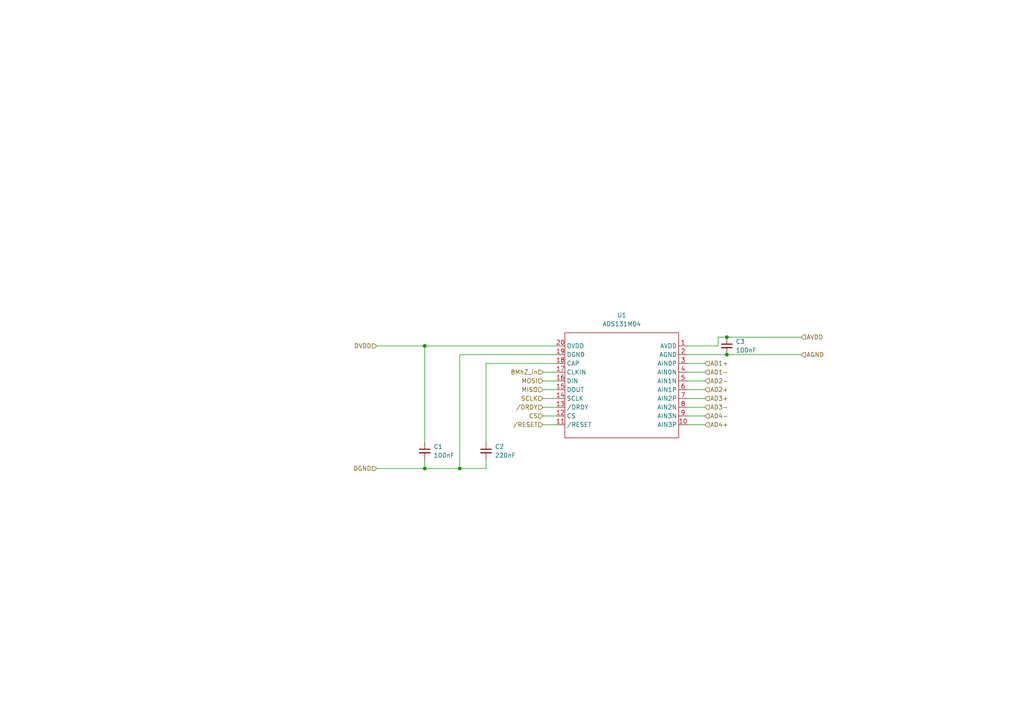
<source format=kicad_sch>
(kicad_sch (version 20230121) (generator eeschema)
  (paper "A4")
  (lib_symbols
    (symbol "Device:C_Small" (pin_numbers hide) (pin_names (offset 0.254) hide)
      (property "Reference" "C" (at 0.254 1.778 0))
      (property "Value" "C_Small" (at 0.254 -2.032 0))
      (symbol "C_Small_0_1"
        (polyline (pts (xy -1.524 -0.508) (xy 1.524 -0.508)) (stroke (width 0.3302)))
        (polyline (pts (xy -1.524 0.508) (xy 1.524 0.508)) (stroke (width 0.3048)))
      )
      (symbol "C_Small_1_1"
        (pin passive line (at 0 2.54 270) (length 2.032) (name "~") (number "1"))
        (pin passive line (at 0 -2.54 90) (length 2.032) (name "~") (number "2"))
      )
    )
    (symbol "b091:ADS131M04"
      (property "Reference" "U1" (at 0 20.32 0))
      (property "Value" "ADS131M04" (at 0 17.78 0))
      (symbol "ADS131M04_0_1"
        (rectangle (start -16.51 15.24) (end 16.51 -15.24))
      )
      (symbol "ADS131M04_1_1"
        (pin power_in line (at -19.05 11.43 0) (length 2.54) (name "AVDD") (number "1"))
        (pin input line (at -19.05 -11.43 0) (length 2.54) (name "AIN3P") (number "10"))
        (pin input line (at 19.05 -11.43 180) (length 2.54) (name "/RESET") (number "11"))
        (pin input line (at 19.05 -8.89 180) (length 2.54) (name "CS") (number "12"))
        (pin output line (at 19.05 -6.35 180) (length 2.54) (name "/DRDY") (number "13"))
        (pin input line (at 19.05 -3.81 180) (length 2.54) (name "SCLK") (number "14"))
        (pin output line (at 19.05 -1.27 180) (length 2.54) (name "DOUT") (number "15"))
        (pin input line (at 19.05 1.27 180) (length 2.54) (name "DIN") (number "16"))
        (pin input line (at 19.05 3.81 180) (length 2.54) (name "CLKIN") (number "17"))
        (pin passive line (at 19.05 6.35 180) (length 2.54) (name "CAP") (number "18"))
        (pin power_in line (at 19.05 8.89 180) (length 2.54) (name "DGND") (number "19"))
        (pin power_in line (at -19.05 8.89 0) (length 2.54) (name "AGND") (number "2"))
        (pin power_in line (at 19.05 11.43 180) (length 2.54) (name "DVDD") (number "20"))
        (pin input line (at -19.05 6.35 0) (length 2.54) (name "AIN0P") (number "3"))
        (pin input line (at -19.05 3.81 0) (length 2.54) (name "AIN0N") (number "4"))
        (pin input line (at -19.05 1.27 0) (length 2.54) (name "AIN1N") (number "5"))
        (pin input line (at -19.05 -1.27 0) (length 2.54) (name "AIN1P") (number "6"))
        (pin input line (at -19.05 -3.81 0) (length 2.54) (name "AIN2P") (number "7"))
        (pin input line (at -19.05 -6.35 0) (length 2.54) (name "AIN2N") (number "8"))
        (pin input line (at -19.05 -8.89 0) (length 2.54) (name "AIN3N") (number "9"))
      )
    )
  )
  (junction (at 123.19 100.33))
  (junction (at 210.82 102.87))
  (junction (at 210.82 97.79))
  (junction (at 123.19 135.89))
  (junction (at 133.35 135.89))
  (wire (pts (xy 109.22 100.33) (xy 123.19 100.33)))
  (wire (pts (xy 133.35 135.89) (xy 140.97 135.89)))
  (wire (pts (xy 157.48 113.03) (xy 161.29 113.03)))
  (wire (pts (xy 133.35 102.87) (xy 133.35 135.89)))
  (wire (pts (xy 157.48 118.11) (xy 161.29 118.11)))
  (wire (pts (xy 157.48 110.49) (xy 161.29 110.49)))
  (wire (pts (xy 210.82 97.79) (xy 232.41 97.79)))
  (wire (pts (xy 140.97 135.89) (xy 140.97 133.35)))
  (wire (pts (xy 157.48 115.57) (xy 161.29 115.57)))
  (wire (pts (xy 199.39 118.11) (xy 204.47 118.11)))
  (wire (pts (xy 157.48 123.19) (xy 161.29 123.19)))
  (wire (pts (xy 199.39 102.87) (xy 210.82 102.87)))
  (wire (pts (xy 123.19 100.33) (xy 161.29 100.33)))
  (wire (pts (xy 140.97 105.41) (xy 161.29 105.41)))
  (wire (pts (xy 199.39 107.95) (xy 204.47 107.95)))
  (wire (pts (xy 123.19 133.35) (xy 123.19 135.89)))
  (wire (pts (xy 199.39 105.41) (xy 204.47 105.41)))
  (wire (pts (xy 123.19 135.89) (xy 133.35 135.89)))
  (wire (pts (xy 208.28 100.33) (xy 208.28 97.79)))
  (wire (pts (xy 199.39 110.49) (xy 204.47 110.49)))
  (wire (pts (xy 199.39 123.19) (xy 204.47 123.19)))
  (wire (pts (xy 199.39 115.57) (xy 204.47 115.57)))
  (wire (pts (xy 140.97 128.27) (xy 140.97 105.41)))
  (wire (pts (xy 199.39 120.65) (xy 204.47 120.65)))
  (wire (pts (xy 199.39 100.33) (xy 208.28 100.33)))
  (wire (pts (xy 157.48 120.65) (xy 161.29 120.65)))
  (wire (pts (xy 157.48 107.95) (xy 161.29 107.95)))
  (wire (pts (xy 208.28 97.79) (xy 210.82 97.79)))
  (wire (pts (xy 210.82 102.87) (xy 232.41 102.87)))
  (wire (pts (xy 109.22 135.89) (xy 123.19 135.89)))
  (wire (pts (xy 199.39 113.03) (xy 204.47 113.03)))
  (wire (pts (xy 161.29 102.87) (xy 133.35 102.87)))
  (wire (pts (xy 123.19 128.27) (xy 123.19 100.33)))
  (hierarchical_label "AD4+" (shape input) (at 204.47 123.19 0))
  (hierarchical_label "{slash}DRDY" (shape input) (at 157.48 118.11 180))
  (hierarchical_label "SCLK" (shape input) (at 157.48 115.57 180))
  (hierarchical_label "AD1-" (shape input) (at 204.47 107.95 0))
  (hierarchical_label "DVDD" (shape input) (at 109.22 100.33 180))
  (hierarchical_label "AD3+" (shape input) (at 204.47 115.57 0))
  (hierarchical_label "AD3-" (shape input) (at 204.47 118.11 0))
  (hierarchical_label "AD4-" (shape input) (at 204.47 120.65 0))
  (hierarchical_label "{slash}RESET" (shape input) (at 157.48 123.19 180))
  (hierarchical_label "AGND" (shape input) (at 232.41 102.87 0))
  (hierarchical_label "AD1+" (shape input) (at 204.47 105.41 0))
  (hierarchical_label "DGND" (shape input) (at 109.22 135.89 180))
  (hierarchical_label "MOSI" (shape input) (at 157.48 110.49 180))
  (hierarchical_label "AD2-" (shape input) (at 204.47 110.49 0))
  (hierarchical_label "AD2+" (shape input) (at 204.47 113.03 0))
  (hierarchical_label "MISO" (shape input) (at 157.48 113.03 180))
  (hierarchical_label "8MhZ_in" (shape input) (at 157.48 107.95 180))
  (hierarchical_label "CS" (shape input) (at 157.48 120.65 180))
  (hierarchical_label "AVDD" (shape input) (at 232.41 97.79 0))
  (symbol (lib_id "b091:ADS131M04") (at 180.34 111.76 0) (mirror y) (unit 1)
    (property "Reference" "U1" (at 180.34 91.44 0))
    (property "Value" "ADS131M04" (at 180.34 93.98 0))
    (property "Footprint" "Package_SO:TSSOP-20_4.4x6.5mm_P0.65mm" (effects hide))
  )
  (symbol (lib_id "Device:C_Small") (at 210.82 100.33 0) (unit 1)
    (property "Reference" "C3" (at 213.36 99.0662 0) (effects (justify left)))
    (property "Value" "100nF" (at 213.36 101.6062 0) (effects (justify left)))
    (property "Footprint" "Capacitor_SMD:C_0603_1608Metric" (effects hide))
  )
  (symbol (lib_id "Device:C_Small") (at 140.97 130.81 0) (unit 1)
    (property "Reference" "C2" (at 143.51 129.5462 0) (effects (justify left)))
    (property "Value" "220nF" (at 143.51 132.0862 0) (effects (justify left)))
    (property "Footprint" "Capacitor_SMD:C_0603_1608Metric" (effects hide))
  )
  (symbol (lib_id "Device:C_Small") (at 123.19 130.81 0) (unit 1)
    (property "Reference" "C1" (at 125.73 129.5462 0) (effects (justify left)))
    (property "Value" "100nF" (at 125.73 132.0862 0) (effects (justify left)))
    (property "Footprint" "Capacitor_SMD:C_0603_1608Metric" (effects hide))
  )
)
</source>
